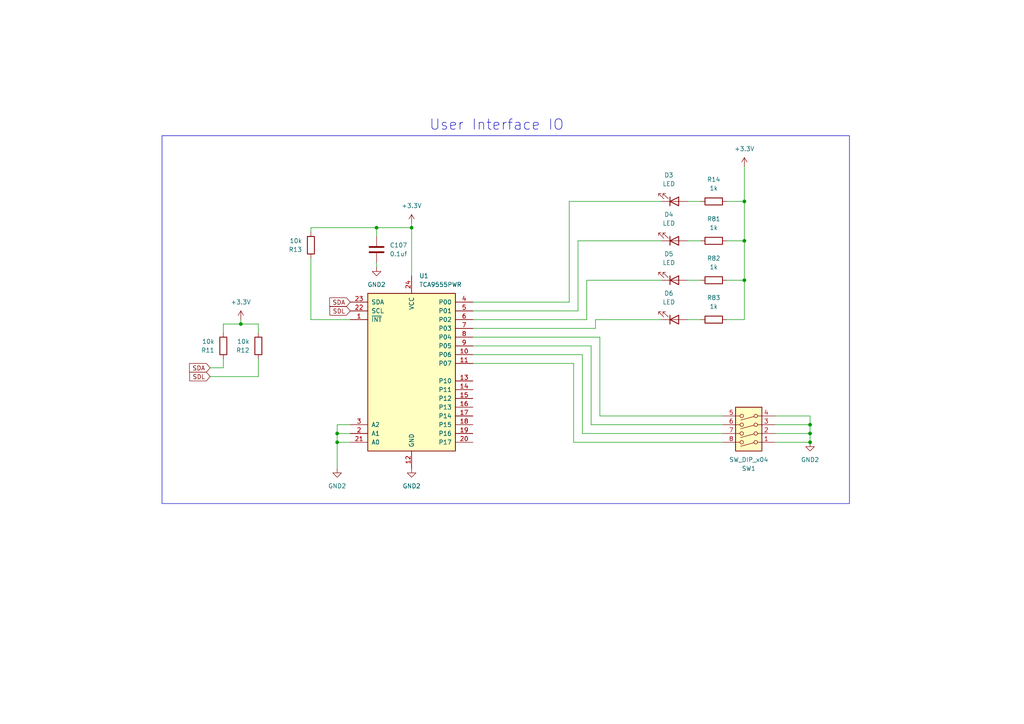
<source format=kicad_sch>
(kicad_sch (version 20231120) (generator "eeschema") (generator_version "8.0")
  (paper "A4")
  (lib_symbols
    (symbol "Device:C" (pin_numbers hide) (pin_names (offset 0.254))
      (property "Reference" "C" (at 0.635 2.54 0))
      (property "Value" "C" (at 0.635 -2.54 0))
      (symbol "C_0_1"
        (polyline (pts (xy -2.032 -0.762) (xy 2.032 -0.762)) (stroke (width 0.508)))
        (polyline (pts (xy -2.032 0.762) (xy 2.032 0.762)) (stroke (width 0.508)))
      )
      (symbol "C_1_1"
        (pin passive line (at 0 3.81 270) (length 2.794) (name "~") (number "1"))
        (pin passive line (at 0 -3.81 90) (length 2.794) (name "~") (number "2"))
      )
    )
    (symbol "Device:LED" (pin_numbers hide) (pin_names (offset 1.016) hide)
      (property "Reference" "D" (at 0 2.54 0))
      (property "Value" "LED" (at 0 -2.54 0))
      (symbol "LED_0_1"
        (polyline (pts (xy -1.27 -1.27) (xy -1.27 1.27)) (stroke (width 0.254)))
        (polyline (pts (xy -1.27 0) (xy 1.27 0)))
        (polyline (pts (xy 1.27 -1.27) (xy 1.27 1.27) (xy -1.27 0) (xy 1.27 -1.27)) (stroke (width 0.254)))
        (polyline (pts (xy -3.048 -0.762) (xy -4.572 -2.286) (xy -3.81 -2.286) (xy -4.572 -2.286) (xy -4.572 -1.524)))
        (polyline (pts (xy -1.778 -0.762) (xy -3.302 -2.286) (xy -2.54 -2.286) (xy -3.302 -2.286) (xy -3.302 -1.524)))
      )
      (symbol "LED_1_1"
        (pin passive line (at -3.81 0 0) (length 2.54) (name "K") (number "1"))
        (pin passive line (at 3.81 0 180) (length 2.54) (name "A") (number "2"))
      )
    )
    (symbol "Device:R" (pin_numbers hide) (pin_names (offset 0))
      (property "Reference" "R" (at 2.032 0 90))
      (property "Value" "R" (at 0 0 90))
      (symbol "R_0_1"
        (rectangle (start -1.016 -2.54) (end 1.016 2.54) (stroke (width 0.254)))
      )
      (symbol "R_1_1"
        (pin passive line (at 0 3.81 270) (length 1.27) (name "~") (number "1"))
        (pin passive line (at 0 -3.81 90) (length 1.27) (name "~") (number "2"))
      )
    )
    (symbol "Interface_Expansion:TCA9555PWR" (pin_names (offset 1.016))
      (property "Reference" "U" (at -11.43 24.13 0))
      (property "Value" "TCA9555PWR" (at 0 0 0))
      (symbol "TCA9555PWR_0_1"
        (rectangle (start -12.7 22.86) (end 12.7 -22.86) (stroke (width 0.254)) (fill (type background)))
      )
      (symbol "TCA9555PWR_1_1"
        (pin open_collector line (at -17.78 15.24 0) (length 5.08) (name "~{INT}") (number "1"))
        (pin bidirectional line (at 17.78 5.08 180) (length 5.08) (name "P06") (number "10"))
        (pin bidirectional line (at 17.78 2.54 180) (length 5.08) (name "P07") (number "11"))
        (pin power_in line (at 0 -27.94 90) (length 5.08) (name "GND") (number "12"))
        (pin bidirectional line (at 17.78 -2.54 180) (length 5.08) (name "P10") (number "13"))
        (pin bidirectional line (at 17.78 -5.08 180) (length 5.08) (name "P11") (number "14"))
        (pin bidirectional line (at 17.78 -7.62 180) (length 5.08) (name "P12") (number "15"))
        (pin bidirectional line (at 17.78 -10.16 180) (length 5.08) (name "P13") (number "16"))
        (pin bidirectional line (at 17.78 -12.7 180) (length 5.08) (name "P14") (number "17"))
        (pin bidirectional line (at 17.78 -15.24 180) (length 5.08) (name "P15") (number "18"))
        (pin bidirectional line (at 17.78 -17.78 180) (length 5.08) (name "P16") (number "19"))
        (pin input line (at -17.78 -17.78 0) (length 5.08) (name "A1") (number "2"))
        (pin bidirectional line (at 17.78 -20.32 180) (length 5.08) (name "P17") (number "20"))
        (pin input line (at -17.78 -20.32 0) (length 5.08) (name "A0") (number "21"))
        (pin input line (at -17.78 17.78 0) (length 5.08) (name "SCL") (number "22"))
        (pin bidirectional line (at -17.78 20.32 0) (length 5.08) (name "SDA") (number "23"))
        (pin power_in line (at 0 27.94 270) (length 5.08) (name "VCC") (number "24"))
        (pin input line (at -17.78 -15.24 0) (length 5.08) (name "A2") (number "3"))
        (pin bidirectional line (at 17.78 20.32 180) (length 5.08) (name "P00") (number "4"))
        (pin bidirectional line (at 17.78 17.78 180) (length 5.08) (name "P01") (number "5"))
        (pin bidirectional line (at 17.78 15.24 180) (length 5.08) (name "P02") (number "6"))
        (pin bidirectional line (at 17.78 12.7 180) (length 5.08) (name "P03") (number "7"))
        (pin bidirectional line (at 17.78 10.16 180) (length 5.08) (name "P04") (number "8"))
        (pin bidirectional line (at 17.78 7.62 180) (length 5.08) (name "P05") (number "9"))
      )
    )
    (symbol "Switch:SW_DIP_x04" (pin_names (offset 0) hide)
      (property "Reference" "SW" (at 0 8.89 0))
      (property "Value" "SW_DIP_x04" (at 0 -6.35 0))
      (symbol "SW_DIP_x04_0_0"
        (circle (center -2.032 -2.54) (radius 0.508))
        (circle (center -2.032 0) (radius 0.508))
        (circle (center -2.032 2.54) (radius 0.508))
        (circle (center -2.032 5.08) (radius 0.508))
        (polyline (pts (xy -1.524 -2.3876) (xy 2.3622 -1.3462)))
        (polyline (pts (xy -1.524 0.127) (xy 2.3622 1.1684)))
        (polyline (pts (xy -1.524 2.667) (xy 2.3622 3.7084)))
        (polyline (pts (xy -1.524 5.207) (xy 2.3622 6.2484)))
        (circle (center 2.032 -2.54) (radius 0.508))
        (circle (center 2.032 0) (radius 0.508))
        (circle (center 2.032 2.54) (radius 0.508))
        (circle (center 2.032 5.08) (radius 0.508))
      )
      (symbol "SW_DIP_x04_0_1"
        (rectangle (start -3.81 7.62) (end 3.81 -5.08) (stroke (width 0.254)) (fill (type background)))
      )
      (symbol "SW_DIP_x04_1_1"
        (pin passive line (at -7.62 5.08 0) (length 5.08) (name "~") (number "1"))
        (pin passive line (at -7.62 2.54 0) (length 5.08) (name "~") (number "2"))
        (pin passive line (at -7.62 0 0) (length 5.08) (name "~") (number "3"))
        (pin passive line (at -7.62 -2.54 0) (length 5.08) (name "~") (number "4"))
        (pin passive line (at 7.62 -2.54 180) (length 5.08) (name "~") (number "5"))
        (pin passive line (at 7.62 0 180) (length 5.08) (name "~") (number "6"))
        (pin passive line (at 7.62 2.54 180) (length 5.08) (name "~") (number "7"))
        (pin passive line (at 7.62 5.08 180) (length 5.08) (name "~") (number "8"))
      )
    )
    (symbol "power:+3.3V" (power) (pin_names (offset 0))
      (property "Value" "+3.3V" (at 0 3.556 0))
      (symbol "+3.3V_0_1"
        (polyline (pts (xy -0.762 1.27) (xy 0 2.54)))
        (polyline (pts (xy 0 0) (xy 0 2.54)))
        (polyline (pts (xy 0 2.54) (xy 0.762 1.27)))
      )
      (symbol "+3.3V_1_1"
        (pin power_in line (at 0 0 90) (length 0) hide (name "+3.3V") (number "1"))
      )
    )
    (symbol "power:GND2" (power) (pin_names (offset 0))
      (property "Value" "GND2" (at 0 -3.81 0))
      (symbol "GND2_0_1"
        (polyline (pts (xy 0 0) (xy 0 -1.27) (xy 1.27 -1.27) (xy 0 -2.54) (xy -1.27 -1.27) (xy 0 -1.27)))
      )
      (symbol "GND2_1_1"
        (pin power_in line (at 0 0 270) (length 0) hide (name "GND2") (number "1"))
      )
    )
  )
  (junction (at 109.22 66.04))
  (junction (at 97.79 125.73))
  (junction (at 215.9 69.85))
  (junction (at 234.95 128.27))
  (junction (at 119.38 66.04))
  (junction (at 215.9 58.42))
  (junction (at 234.95 125.73))
  (junction (at 97.79 128.27))
  (junction (at 234.95 123.19))
  (junction (at 69.85 93.98))
  (junction (at 215.9 81.28))
  (wire (pts (xy 97.79 123.19) (xy 101.6 123.19)))
  (wire (pts (xy 215.9 81.28) (xy 215.9 92.71)))
  (wire (pts (xy 60.96 109.22) (xy 74.93 109.22)))
  (wire (pts (xy 171.45 123.19) (xy 171.45 100.33)))
  (wire (pts (xy 170.18 92.71) (xy 137.16 92.71)))
  (wire (pts (xy 167.64 69.85) (xy 167.64 90.17)))
  (wire (pts (xy 64.77 93.98) (xy 69.85 93.98)))
  (wire (pts (xy 165.1 58.42) (xy 165.1 87.63)))
  (wire (pts (xy 215.9 92.71) (xy 210.82 92.71)))
  (wire (pts (xy 234.95 123.19) (xy 234.95 120.65)))
  (wire (pts (xy 215.9 48.26) (xy 215.9 58.42)))
  (wire (pts (xy 64.77 106.68) (xy 64.77 104.14)))
  (wire (pts (xy 74.93 109.22) (xy 74.93 104.14)))
  (wire (pts (xy 215.9 58.42) (xy 215.9 69.85)))
  (wire (pts (xy 172.72 92.71) (xy 191.77 92.71)))
  (wire (pts (xy 119.38 64.77) (xy 119.38 66.04)))
  (wire (pts (xy 203.2 81.28) (xy 199.39 81.28)))
  (wire (pts (xy 203.2 58.42) (xy 199.39 58.42)))
  (wire (pts (xy 168.91 125.73) (xy 209.55 125.73)))
  (wire (pts (xy 170.18 81.28) (xy 170.18 92.71)))
  (wire (pts (xy 173.99 120.65) (xy 209.55 120.65)))
  (wire (pts (xy 168.91 125.73) (xy 168.91 102.87)))
  (wire (pts (xy 74.93 93.98) (xy 69.85 93.98)))
  (wire (pts (xy 166.37 128.27) (xy 209.55 128.27)))
  (wire (pts (xy 90.17 66.04) (xy 109.22 66.04)))
  (wire (pts (xy 203.2 69.85) (xy 199.39 69.85)))
  (wire (pts (xy 234.95 123.19) (xy 224.79 123.19)))
  (wire (pts (xy 166.37 105.41) (xy 137.16 105.41)))
  (wire (pts (xy 167.64 69.85) (xy 191.77 69.85)))
  (wire (pts (xy 74.93 96.52) (xy 74.93 93.98)))
  (wire (pts (xy 97.79 135.89) (xy 97.79 128.27)))
  (wire (pts (xy 69.85 93.98) (xy 69.85 92.71)))
  (wire (pts (xy 215.9 81.28) (xy 210.82 81.28)))
  (wire (pts (xy 97.79 128.27) (xy 97.79 125.73)))
  (wire (pts (xy 97.79 125.73) (xy 97.79 123.19)))
  (wire (pts (xy 97.79 125.73) (xy 101.6 125.73)))
  (wire (pts (xy 167.64 90.17) (xy 137.16 90.17)))
  (wire (pts (xy 90.17 92.71) (xy 101.6 92.71)))
  (wire (pts (xy 215.9 69.85) (xy 215.9 81.28)))
  (wire (pts (xy 109.22 68.58) (xy 109.22 66.04)))
  (wire (pts (xy 170.18 81.28) (xy 191.77 81.28)))
  (wire (pts (xy 165.1 58.42) (xy 191.77 58.42)))
  (wire (pts (xy 171.45 100.33) (xy 137.16 100.33)))
  (wire (pts (xy 109.22 76.2) (xy 109.22 77.47)))
  (wire (pts (xy 234.95 120.65) (xy 224.79 120.65)))
  (wire (pts (xy 60.96 106.68) (xy 64.77 106.68)))
  (wire (pts (xy 173.99 120.65) (xy 173.99 97.79)))
  (wire (pts (xy 234.95 128.27) (xy 234.95 125.73)))
  (wire (pts (xy 215.9 58.42) (xy 210.82 58.42)))
  (wire (pts (xy 172.72 92.71) (xy 172.72 95.25)))
  (wire (pts (xy 173.99 97.79) (xy 137.16 97.79)))
  (wire (pts (xy 90.17 74.93) (xy 90.17 92.71)))
  (wire (pts (xy 234.95 125.73) (xy 224.79 125.73)))
  (wire (pts (xy 168.91 102.87) (xy 137.16 102.87)))
  (wire (pts (xy 109.22 66.04) (xy 119.38 66.04)))
  (wire (pts (xy 172.72 95.25) (xy 137.16 95.25)))
  (wire (pts (xy 165.1 87.63) (xy 137.16 87.63)))
  (wire (pts (xy 119.38 66.04) (xy 119.38 80.01)))
  (wire (pts (xy 166.37 128.27) (xy 166.37 105.41)))
  (wire (pts (xy 215.9 69.85) (xy 210.82 69.85)))
  (wire (pts (xy 203.2 92.71) (xy 199.39 92.71)))
  (wire (pts (xy 234.95 128.27) (xy 224.79 128.27)))
  (wire (pts (xy 171.45 123.19) (xy 209.55 123.19)))
  (wire (pts (xy 64.77 96.52) (xy 64.77 93.98)))
  (wire (pts (xy 90.17 67.31) (xy 90.17 66.04)))
  (wire (pts (xy 234.95 125.73) (xy 234.95 123.19)))
  (wire (pts (xy 97.79 128.27) (xy 101.6 128.27)))
  (rectangle (start 46.99 39.37) (end 246.38 146.05))
  (text "User Interface IO" (at 124.46 38.1 0) (effects (font (size 3 3)) (justify left bottom)))
  (global_label "SDA" (shape input) (at 60.96 106.68 180) (property "Intersheetrefs" "${INTERSHEET_REFS}" (effects (hide yes))))
  (global_label "SDL" (shape input) (at 60.96 109.22 180) (property "Intersheetrefs" "${INTERSHEET_REFS}" (effects (hide yes))))
  (global_label "SDL" (shape input) (at 101.6 90.17 180) (property "Intersheetrefs" "${INTERSHEET_REFS}" (effects (hide yes))))
  (global_label "SDA" (shape input) (at 101.6 87.63 180) (property "Intersheetrefs" "${INTERSHEET_REFS}" (effects (hide yes))))
  (symbol (lib_id "Device:C") (at 109.22 72.39 0) (unit 1)
    (property "Reference" "C107" (at 113.03 71.1199 0) (effects (justify left)))
    (property "Value" "0.1uf" (at 113.03 73.6599 0) (effects (justify left)))
    (property "Footprint" "Capacitor_SMD:C_0603_1608Metric" (effects (hide yes)))
  )
  (symbol (lib_id "Device:LED") (at 195.58 58.42 0) (mirror x) (unit 1)
    (property "Reference" "D3" (at 193.9925 50.8 0))
    (property "Value" "LED" (at 193.9925 53.34 0))
    (property "Footprint" "LED_SMD:LED_0603_1608Metric" (effects (hide yes)))
  )
  (symbol (lib_id "Device:LED") (at 195.58 69.85 0) (mirror x) (unit 1)
    (property "Reference" "D4" (at 193.9925 62.23 0))
    (property "Value" "LED" (at 193.9925 64.77 0))
    (property "Footprint" "LED_SMD:LED_0603_1608Metric" (effects (hide yes)))
  )
  (symbol (lib_id "Interface_Expansion:TCA9555PWR") (at 119.38 107.95 0) (unit 1)
    (property "Reference" "U1" (at 121.5741 80.01 0) (effects (justify left)))
    (property "Value" "TCA9555PWR" (at 121.5741 82.55 0) (effects (justify left)))
    (property "Footprint" "Package_SO:TSSOP-24_4.4x7.8mm_P0.65mm" (effects (hide yes)))
    (property "Datasheet" "http://www.ti.com/lit/ds/symlink/tca9555.pdf" (effects (hide yes)))
  )
  (symbol (lib_id "Device:LED") (at 195.58 81.28 0) (mirror x) (unit 1)
    (property "Reference" "D5" (at 193.9925 73.66 0))
    (property "Value" "LED" (at 193.9925 76.2 0))
    (property "Footprint" "LED_SMD:LED_0603_1608Metric" (effects (hide yes)))
  )
  (symbol (lib_id "Device:R") (at 74.93 100.33 180) (unit 1)
    (property "Reference" "R12" (at 72.39 101.6001 0) (effects (justify left)))
    (property "Value" "10k" (at 72.39 99.0601 0) (effects (justify left)))
    (property "Footprint" "Resistor_SMD:R_0603_1608Metric" (effects (hide yes)))
  )
  (symbol (lib_id "Device:R") (at 207.01 92.71 90) (mirror x) (unit 1)
    (property "Reference" "R83" (at 207.01 86.36 90))
    (property "Value" "1k" (at 207.01 88.9 90))
    (property "Footprint" "Resistor_SMD:R_0603_1608Metric" (effects (hide yes)))
  )
  (symbol (lib_id "power:GND2") (at 97.79 135.89 0) (unit 1)
    (property "Reference" "#PWR05" (effects (hide yes)))
    (property "Value" "GND2" (at 97.79 140.97 0))
  )
  (symbol (lib_id "Device:R") (at 64.77 100.33 180) (unit 1)
    (property "Reference" "R11" (at 62.23 101.6001 0) (effects (justify left)))
    (property "Value" "10k" (at 62.23 99.0601 0) (effects (justify left)))
    (property "Footprint" "Resistor_SMD:R_0603_1608Metric" (effects (hide yes)))
  )
  (symbol (lib_id "Device:R") (at 90.17 71.12 180) (unit 1)
    (property "Reference" "R13" (at 87.63 72.3901 0) (effects (justify left)))
    (property "Value" "10k" (at 87.63 69.8501 0) (effects (justify left)))
    (property "Footprint" "Resistor_SMD:R_0603_1608Metric" (effects (hide yes)))
  )
  (symbol (lib_id "power:+3.3V") (at 119.38 64.77 0) (unit 1)
    (property "Reference" "#PWR012" (effects (hide yes)))
    (property "Value" "+3.3V" (at 119.38 59.69 0))
  )
  (symbol (lib_id "Device:R") (at 207.01 81.28 90) (mirror x) (unit 1)
    (property "Reference" "R82" (at 207.01 74.93 90))
    (property "Value" "1k" (at 207.01 77.47 90))
    (property "Footprint" "Resistor_SMD:R_0603_1608Metric" (effects (hide yes)))
  )
  (symbol (lib_id "power:+3.3V") (at 69.85 92.71 0) (unit 1)
    (property "Reference" "#PWR04" (effects (hide yes)))
    (property "Value" "+3.3V" (at 69.85 87.63 0))
  )
  (symbol (lib_id "Device:LED") (at 195.58 92.71 0) (mirror x) (unit 1)
    (property "Reference" "D6" (at 193.9925 85.09 0))
    (property "Value" "LED" (at 193.9925 87.63 0))
    (property "Footprint" "LED_SMD:LED_0603_1608Metric" (effects (hide yes)))
  )
  (symbol (lib_id "power:+3.3V") (at 215.9 48.26 0) (mirror y) (unit 1)
    (property "Reference" "#PWR044" (effects (hide yes)))
    (property "Value" "+3.3V" (at 215.9 43.18 0))
  )
  (symbol (lib_id "Device:R") (at 207.01 69.85 90) (mirror x) (unit 1)
    (property "Reference" "R81" (at 207.01 63.5 90))
    (property "Value" "1k" (at 207.01 66.04 90))
    (property "Footprint" "Resistor_SMD:R_0603_1608Metric" (effects (hide yes)))
  )
  (symbol (lib_id "Switch:SW_DIP_x04") (at 217.17 123.19 180) (unit 1)
    (property "Reference" "SW1" (at 217.17 135.89 0))
    (property "Value" "SW_DIP_x04" (at 217.17 133.35 0))
    (property "Footprint" "Package_DIP:DIP-8_W7.62mm" (effects (hide yes)))
  )
  (symbol (lib_id "power:GND2") (at 119.38 135.89 0) (unit 1)
    (property "Reference" "#PWR042" (effects (hide yes)))
    (property "Value" "GND2" (at 119.38 140.97 0))
  )
  (symbol (lib_id "power:GND2") (at 109.22 77.47 0) (unit 1)
    (property "Reference" "#PWR07" (effects (hide yes)))
    (property "Value" "GND2" (at 109.22 82.55 0))
  )
  (symbol (lib_id "Device:R") (at 207.01 58.42 90) (mirror x) (unit 1)
    (property "Reference" "R14" (at 207.01 52.07 90))
    (property "Value" "1k" (at 207.01 54.61 90))
    (property "Footprint" "Resistor_SMD:R_0603_1608Metric" (effects (hide yes)))
  )
  (symbol (lib_id "power:GND2") (at 234.95 128.27 0) (unit 1)
    (property "Reference" "#PWR0129" (effects (hide yes)))
    (property "Value" "GND2" (at 234.95 133.35 0))
  )
)
</source>
